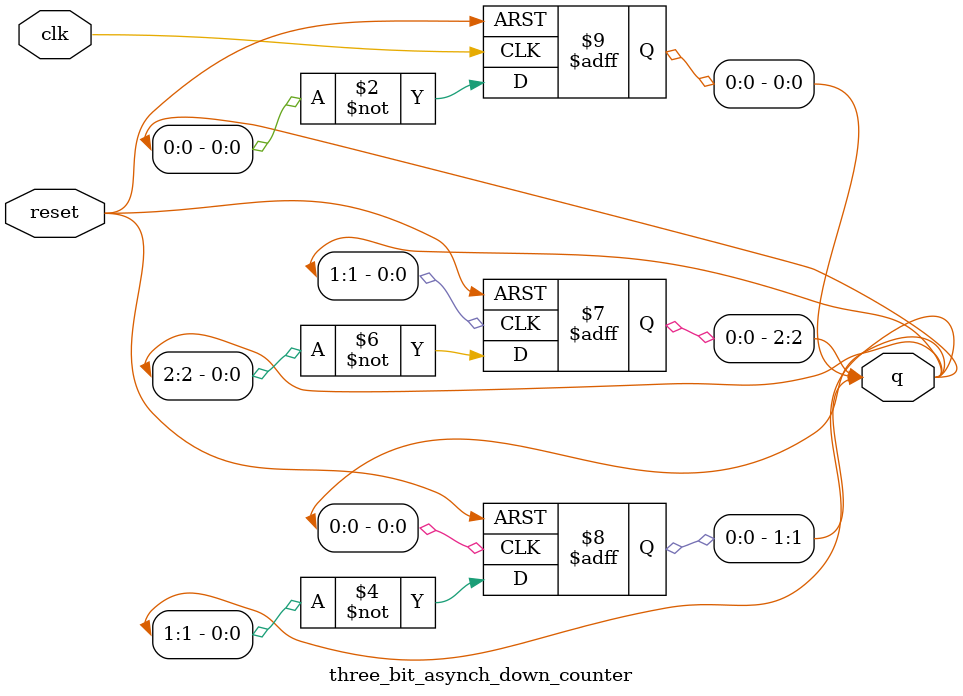
<source format=v>
`timescale 1ns / 1ps

module three_bit_asynch_down_counter(
    input clk, 
    input reset, 
    output reg [2:0] q
    );
    
always @(posedge clk or posedge reset) begin
    if (reset) 
        q[0] <= 1'b0;
    else 
        q[0] <= ~q[0];
end

always @(posedge q[0] or posedge reset) begin
    if (reset) 
        q[1] <= 1'b0;
    else 
        q[1] <= ~q[1];
end

always @(posedge q[1] or posedge reset) begin
    if (reset) 
        q[2] <= 1'b0;
    else 
        q[2] <= ~q[2];
end

endmodule

</source>
